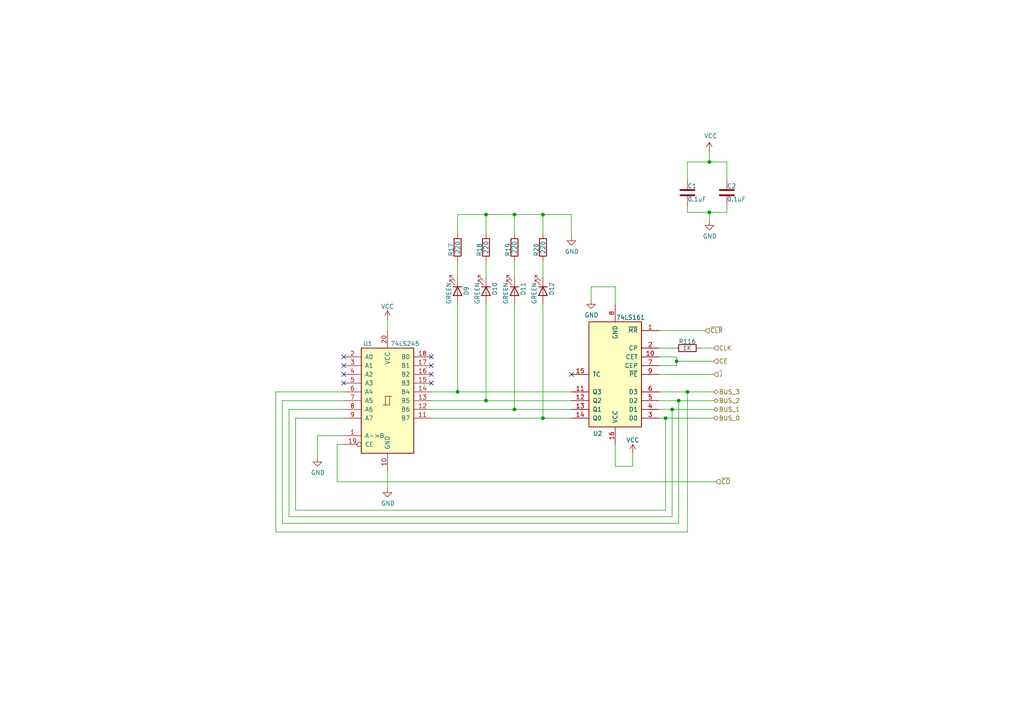
<source format=kicad_sch>
(kicad_sch (version 20230121) (generator eeschema)

  (uuid a8a42207-7b27-42cd-8c75-d98c6ba04960)

  (paper "A4")

  (lib_symbols
    (symbol "74xx:74LS161" (pin_names (offset 1.016)) (in_bom yes) (on_board yes)
      (property "Reference" "U" (at -7.62 16.51 0)
        (effects (font (size 1.27 1.27)))
      )
      (property "Value" "74LS161" (at -7.62 -16.51 0)
        (effects (font (size 1.27 1.27)))
      )
      (property "Footprint" "" (at 0 0 0)
        (effects (font (size 1.27 1.27)) hide)
      )
      (property "Datasheet" "http://www.ti.com/lit/gpn/sn74LS161" (at 0 0 0)
        (effects (font (size 1.27 1.27)) hide)
      )
      (property "ki_locked" "" (at 0 0 0)
        (effects (font (size 1.27 1.27)))
      )
      (property "ki_keywords" "TTL CNT CNT4" (at 0 0 0)
        (effects (font (size 1.27 1.27)) hide)
      )
      (property "ki_description" "Synchronous 4-bit programmable binary Counter" (at 0 0 0)
        (effects (font (size 1.27 1.27)) hide)
      )
      (property "ki_fp_filters" "DIP?16*" (at 0 0 0)
        (effects (font (size 1.27 1.27)) hide)
      )
      (symbol "74LS161_1_0"
        (pin input line (at -12.7 -12.7 0) (length 5.08)
          (name "~{MR}" (effects (font (size 1.27 1.27))))
          (number "1" (effects (font (size 1.27 1.27))))
        )
        (pin input line (at -12.7 -5.08 0) (length 5.08)
          (name "CET" (effects (font (size 1.27 1.27))))
          (number "10" (effects (font (size 1.27 1.27))))
        )
        (pin output line (at 12.7 5.08 180) (length 5.08)
          (name "Q3" (effects (font (size 1.27 1.27))))
          (number "11" (effects (font (size 1.27 1.27))))
        )
        (pin output line (at 12.7 7.62 180) (length 5.08)
          (name "Q2" (effects (font (size 1.27 1.27))))
          (number "12" (effects (font (size 1.27 1.27))))
        )
        (pin output line (at 12.7 10.16 180) (length 5.08)
          (name "Q1" (effects (font (size 1.27 1.27))))
          (number "13" (effects (font (size 1.27 1.27))))
        )
        (pin output line (at 12.7 12.7 180) (length 5.08)
          (name "Q0" (effects (font (size 1.27 1.27))))
          (number "14" (effects (font (size 1.27 1.27))))
        )
        (pin output line (at 12.7 0 180) (length 5.08)
          (name "TC" (effects (font (size 1.27 1.27))))
          (number "15" (effects (font (size 1.27 1.27))))
        )
        (pin power_in line (at 0 20.32 270) (length 5.08)
          (name "VCC" (effects (font (size 1.27 1.27))))
          (number "16" (effects (font (size 1.27 1.27))))
        )
        (pin input line (at -12.7 -7.62 0) (length 5.08)
          (name "CP" (effects (font (size 1.27 1.27))))
          (number "2" (effects (font (size 1.27 1.27))))
        )
        (pin input line (at -12.7 12.7 0) (length 5.08)
          (name "D0" (effects (font (size 1.27 1.27))))
          (number "3" (effects (font (size 1.27 1.27))))
        )
        (pin input line (at -12.7 10.16 0) (length 5.08)
          (name "D1" (effects (font (size 1.27 1.27))))
          (number "4" (effects (font (size 1.27 1.27))))
        )
        (pin input line (at -12.7 7.62 0) (length 5.08)
          (name "D2" (effects (font (size 1.27 1.27))))
          (number "5" (effects (font (size 1.27 1.27))))
        )
        (pin input line (at -12.7 5.08 0) (length 5.08)
          (name "D3" (effects (font (size 1.27 1.27))))
          (number "6" (effects (font (size 1.27 1.27))))
        )
        (pin input line (at -12.7 -2.54 0) (length 5.08)
          (name "CEP" (effects (font (size 1.27 1.27))))
          (number "7" (effects (font (size 1.27 1.27))))
        )
        (pin power_in line (at 0 -20.32 90) (length 5.08)
          (name "GND" (effects (font (size 1.27 1.27))))
          (number "8" (effects (font (size 1.27 1.27))))
        )
        (pin input line (at -12.7 0 0) (length 5.08)
          (name "~{PE}" (effects (font (size 1.27 1.27))))
          (number "9" (effects (font (size 1.27 1.27))))
        )
      )
      (symbol "74LS161_1_1"
        (rectangle (start -7.62 15.24) (end 7.62 -15.24)
          (stroke (width 0.254) (type default))
          (fill (type background))
        )
      )
    )
    (symbol "74xx:74LS245" (pin_names (offset 1.016)) (in_bom yes) (on_board yes)
      (property "Reference" "U" (at -7.62 16.51 0)
        (effects (font (size 1.27 1.27)))
      )
      (property "Value" "74LS245" (at -7.62 -16.51 0)
        (effects (font (size 1.27 1.27)))
      )
      (property "Footprint" "" (at 0 0 0)
        (effects (font (size 1.27 1.27)) hide)
      )
      (property "Datasheet" "http://www.ti.com/lit/gpn/sn74LS245" (at 0 0 0)
        (effects (font (size 1.27 1.27)) hide)
      )
      (property "ki_locked" "" (at 0 0 0)
        (effects (font (size 1.27 1.27)))
      )
      (property "ki_keywords" "TTL BUS 3State" (at 0 0 0)
        (effects (font (size 1.27 1.27)) hide)
      )
      (property "ki_description" "Octal BUS Transceivers, 3-State outputs" (at 0 0 0)
        (effects (font (size 1.27 1.27)) hide)
      )
      (property "ki_fp_filters" "DIP?20*" (at 0 0 0)
        (effects (font (size 1.27 1.27)) hide)
      )
      (symbol "74LS245_1_0"
        (polyline
          (pts
            (xy -0.635 -1.27)
            (xy -0.635 1.27)
            (xy 0.635 1.27)
          )
          (stroke (width 0) (type default))
          (fill (type none))
        )
        (polyline
          (pts
            (xy -1.27 -1.27)
            (xy 0.635 -1.27)
            (xy 0.635 1.27)
            (xy 1.27 1.27)
          )
          (stroke (width 0) (type default))
          (fill (type none))
        )
        (pin input line (at -12.7 -10.16 0) (length 5.08)
          (name "A->B" (effects (font (size 1.27 1.27))))
          (number "1" (effects (font (size 1.27 1.27))))
        )
        (pin power_in line (at 0 -20.32 90) (length 5.08)
          (name "GND" (effects (font (size 1.27 1.27))))
          (number "10" (effects (font (size 1.27 1.27))))
        )
        (pin tri_state line (at 12.7 -5.08 180) (length 5.08)
          (name "B7" (effects (font (size 1.27 1.27))))
          (number "11" (effects (font (size 1.27 1.27))))
        )
        (pin tri_state line (at 12.7 -2.54 180) (length 5.08)
          (name "B6" (effects (font (size 1.27 1.27))))
          (number "12" (effects (font (size 1.27 1.27))))
        )
        (pin tri_state line (at 12.7 0 180) (length 5.08)
          (name "B5" (effects (font (size 1.27 1.27))))
          (number "13" (effects (font (size 1.27 1.27))))
        )
        (pin tri_state line (at 12.7 2.54 180) (length 5.08)
          (name "B4" (effects (font (size 1.27 1.27))))
          (number "14" (effects (font (size 1.27 1.27))))
        )
        (pin tri_state line (at 12.7 5.08 180) (length 5.08)
          (name "B3" (effects (font (size 1.27 1.27))))
          (number "15" (effects (font (size 1.27 1.27))))
        )
        (pin tri_state line (at 12.7 7.62 180) (length 5.08)
          (name "B2" (effects (font (size 1.27 1.27))))
          (number "16" (effects (font (size 1.27 1.27))))
        )
        (pin tri_state line (at 12.7 10.16 180) (length 5.08)
          (name "B1" (effects (font (size 1.27 1.27))))
          (number "17" (effects (font (size 1.27 1.27))))
        )
        (pin tri_state line (at 12.7 12.7 180) (length 5.08)
          (name "B0" (effects (font (size 1.27 1.27))))
          (number "18" (effects (font (size 1.27 1.27))))
        )
        (pin input inverted (at -12.7 -12.7 0) (length 5.08)
          (name "CE" (effects (font (size 1.27 1.27))))
          (number "19" (effects (font (size 1.27 1.27))))
        )
        (pin tri_state line (at -12.7 12.7 0) (length 5.08)
          (name "A0" (effects (font (size 1.27 1.27))))
          (number "2" (effects (font (size 1.27 1.27))))
        )
        (pin power_in line (at 0 20.32 270) (length 5.08)
          (name "VCC" (effects (font (size 1.27 1.27))))
          (number "20" (effects (font (size 1.27 1.27))))
        )
        (pin tri_state line (at -12.7 10.16 0) (length 5.08)
          (name "A1" (effects (font (size 1.27 1.27))))
          (number "3" (effects (font (size 1.27 1.27))))
        )
        (pin tri_state line (at -12.7 7.62 0) (length 5.08)
          (name "A2" (effects (font (size 1.27 1.27))))
          (number "4" (effects (font (size 1.27 1.27))))
        )
        (pin tri_state line (at -12.7 5.08 0) (length 5.08)
          (name "A3" (effects (font (size 1.27 1.27))))
          (number "5" (effects (font (size 1.27 1.27))))
        )
        (pin tri_state line (at -12.7 2.54 0) (length 5.08)
          (name "A4" (effects (font (size 1.27 1.27))))
          (number "6" (effects (font (size 1.27 1.27))))
        )
        (pin tri_state line (at -12.7 0 0) (length 5.08)
          (name "A5" (effects (font (size 1.27 1.27))))
          (number "7" (effects (font (size 1.27 1.27))))
        )
        (pin tri_state line (at -12.7 -2.54 0) (length 5.08)
          (name "A6" (effects (font (size 1.27 1.27))))
          (number "8" (effects (font (size 1.27 1.27))))
        )
        (pin tri_state line (at -12.7 -5.08 0) (length 5.08)
          (name "A7" (effects (font (size 1.27 1.27))))
          (number "9" (effects (font (size 1.27 1.27))))
        )
      )
      (symbol "74LS245_1_1"
        (rectangle (start -7.62 15.24) (end 7.62 -15.24)
          (stroke (width 0.254) (type default))
          (fill (type background))
        )
      )
    )
    (symbol "Device:C" (pin_numbers hide) (pin_names (offset 0.254)) (in_bom yes) (on_board yes)
      (property "Reference" "C" (at 0.635 2.54 0)
        (effects (font (size 1.27 1.27)) (justify left))
      )
      (property "Value" "C" (at 0.635 -2.54 0)
        (effects (font (size 1.27 1.27)) (justify left))
      )
      (property "Footprint" "" (at 0.9652 -3.81 0)
        (effects (font (size 1.27 1.27)) hide)
      )
      (property "Datasheet" "~" (at 0 0 0)
        (effects (font (size 1.27 1.27)) hide)
      )
      (property "ki_keywords" "cap capacitor" (at 0 0 0)
        (effects (font (size 1.27 1.27)) hide)
      )
      (property "ki_description" "Unpolarized capacitor" (at 0 0 0)
        (effects (font (size 1.27 1.27)) hide)
      )
      (property "ki_fp_filters" "C_*" (at 0 0 0)
        (effects (font (size 1.27 1.27)) hide)
      )
      (symbol "C_0_1"
        (polyline
          (pts
            (xy -2.032 -0.762)
            (xy 2.032 -0.762)
          )
          (stroke (width 0.508) (type default))
          (fill (type none))
        )
        (polyline
          (pts
            (xy -2.032 0.762)
            (xy 2.032 0.762)
          )
          (stroke (width 0.508) (type default))
          (fill (type none))
        )
      )
      (symbol "C_1_1"
        (pin passive line (at 0 3.81 270) (length 2.794)
          (name "~" (effects (font (size 1.27 1.27))))
          (number "1" (effects (font (size 1.27 1.27))))
        )
        (pin passive line (at 0 -3.81 90) (length 2.794)
          (name "~" (effects (font (size 1.27 1.27))))
          (number "2" (effects (font (size 1.27 1.27))))
        )
      )
    )
    (symbol "Device:LED" (pin_numbers hide) (pin_names (offset 1.016) hide) (in_bom yes) (on_board yes)
      (property "Reference" "D" (at 0 2.54 0)
        (effects (font (size 1.27 1.27)))
      )
      (property "Value" "LED" (at 0 -2.54 0)
        (effects (font (size 1.27 1.27)))
      )
      (property "Footprint" "" (at 0 0 0)
        (effects (font (size 1.27 1.27)) hide)
      )
      (property "Datasheet" "~" (at 0 0 0)
        (effects (font (size 1.27 1.27)) hide)
      )
      (property "ki_keywords" "LED diode" (at 0 0 0)
        (effects (font (size 1.27 1.27)) hide)
      )
      (property "ki_description" "Light emitting diode" (at 0 0 0)
        (effects (font (size 1.27 1.27)) hide)
      )
      (property "ki_fp_filters" "LED* LED_SMD:* LED_THT:*" (at 0 0 0)
        (effects (font (size 1.27 1.27)) hide)
      )
      (symbol "LED_0_1"
        (polyline
          (pts
            (xy -1.27 -1.27)
            (xy -1.27 1.27)
          )
          (stroke (width 0.254) (type default))
          (fill (type none))
        )
        (polyline
          (pts
            (xy -1.27 0)
            (xy 1.27 0)
          )
          (stroke (width 0) (type default))
          (fill (type none))
        )
        (polyline
          (pts
            (xy 1.27 -1.27)
            (xy 1.27 1.27)
            (xy -1.27 0)
            (xy 1.27 -1.27)
          )
          (stroke (width 0.254) (type default))
          (fill (type none))
        )
        (polyline
          (pts
            (xy -3.048 -0.762)
            (xy -4.572 -2.286)
            (xy -3.81 -2.286)
            (xy -4.572 -2.286)
            (xy -4.572 -1.524)
          )
          (stroke (width 0) (type default))
          (fill (type none))
        )
        (polyline
          (pts
            (xy -1.778 -0.762)
            (xy -3.302 -2.286)
            (xy -2.54 -2.286)
            (xy -3.302 -2.286)
            (xy -3.302 -1.524)
          )
          (stroke (width 0) (type default))
          (fill (type none))
        )
      )
      (symbol "LED_1_1"
        (pin passive line (at -3.81 0 0) (length 2.54)
          (name "K" (effects (font (size 1.27 1.27))))
          (number "1" (effects (font (size 1.27 1.27))))
        )
        (pin passive line (at 3.81 0 180) (length 2.54)
          (name "A" (effects (font (size 1.27 1.27))))
          (number "2" (effects (font (size 1.27 1.27))))
        )
      )
    )
    (symbol "Device:R" (pin_numbers hide) (pin_names (offset 0)) (in_bom yes) (on_board yes)
      (property "Reference" "R" (at 2.032 0 90)
        (effects (font (size 1.27 1.27)))
      )
      (property "Value" "R" (at 0 0 90)
        (effects (font (size 1.27 1.27)))
      )
      (property "Footprint" "" (at -1.778 0 90)
        (effects (font (size 1.27 1.27)) hide)
      )
      (property "Datasheet" "~" (at 0 0 0)
        (effects (font (size 1.27 1.27)) hide)
      )
      (property "ki_keywords" "R res resistor" (at 0 0 0)
        (effects (font (size 1.27 1.27)) hide)
      )
      (property "ki_description" "Resistor" (at 0 0 0)
        (effects (font (size 1.27 1.27)) hide)
      )
      (property "ki_fp_filters" "R_*" (at 0 0 0)
        (effects (font (size 1.27 1.27)) hide)
      )
      (symbol "R_0_1"
        (rectangle (start -1.016 -2.54) (end 1.016 2.54)
          (stroke (width 0.254) (type default))
          (fill (type none))
        )
      )
      (symbol "R_1_1"
        (pin passive line (at 0 3.81 270) (length 1.27)
          (name "~" (effects (font (size 1.27 1.27))))
          (number "1" (effects (font (size 1.27 1.27))))
        )
        (pin passive line (at 0 -3.81 90) (length 1.27)
          (name "~" (effects (font (size 1.27 1.27))))
          (number "2" (effects (font (size 1.27 1.27))))
        )
      )
    )
    (symbol "power:GND" (power) (pin_names (offset 0)) (in_bom yes) (on_board yes)
      (property "Reference" "#PWR" (at 0 -6.35 0)
        (effects (font (size 1.27 1.27)) hide)
      )
      (property "Value" "GND" (at 0 -3.81 0)
        (effects (font (size 1.27 1.27)))
      )
      (property "Footprint" "" (at 0 0 0)
        (effects (font (size 1.27 1.27)) hide)
      )
      (property "Datasheet" "" (at 0 0 0)
        (effects (font (size 1.27 1.27)) hide)
      )
      (property "ki_keywords" "global power" (at 0 0 0)
        (effects (font (size 1.27 1.27)) hide)
      )
      (property "ki_description" "Power symbol creates a global label with name \"GND\" , ground" (at 0 0 0)
        (effects (font (size 1.27 1.27)) hide)
      )
      (symbol "GND_0_1"
        (polyline
          (pts
            (xy 0 0)
            (xy 0 -1.27)
            (xy 1.27 -1.27)
            (xy 0 -2.54)
            (xy -1.27 -1.27)
            (xy 0 -1.27)
          )
          (stroke (width 0) (type default))
          (fill (type none))
        )
      )
      (symbol "GND_1_1"
        (pin power_in line (at 0 0 270) (length 0) hide
          (name "GND" (effects (font (size 1.27 1.27))))
          (number "1" (effects (font (size 1.27 1.27))))
        )
      )
    )
    (symbol "power:VCC" (power) (pin_names (offset 0)) (in_bom yes) (on_board yes)
      (property "Reference" "#PWR" (at 0 -3.81 0)
        (effects (font (size 1.27 1.27)) hide)
      )
      (property "Value" "VCC" (at 0 3.81 0)
        (effects (font (size 1.27 1.27)))
      )
      (property "Footprint" "" (at 0 0 0)
        (effects (font (size 1.27 1.27)) hide)
      )
      (property "Datasheet" "" (at 0 0 0)
        (effects (font (size 1.27 1.27)) hide)
      )
      (property "ki_keywords" "global power" (at 0 0 0)
        (effects (font (size 1.27 1.27)) hide)
      )
      (property "ki_description" "Power symbol creates a global label with name \"VCC\"" (at 0 0 0)
        (effects (font (size 1.27 1.27)) hide)
      )
      (symbol "VCC_0_1"
        (polyline
          (pts
            (xy -0.762 1.27)
            (xy 0 2.54)
          )
          (stroke (width 0) (type default))
          (fill (type none))
        )
        (polyline
          (pts
            (xy 0 0)
            (xy 0 2.54)
          )
          (stroke (width 0) (type default))
          (fill (type none))
        )
        (polyline
          (pts
            (xy 0 2.54)
            (xy 0.762 1.27)
          )
          (stroke (width 0) (type default))
          (fill (type none))
        )
      )
      (symbol "VCC_1_1"
        (pin power_in line (at 0 0 90) (length 0) hide
          (name "VCC" (effects (font (size 1.27 1.27))))
          (number "1" (effects (font (size 1.27 1.27))))
        )
      )
    )
  )

  (junction (at 199.39 113.665) (diameter 0) (color 0 0 0 0)
    (uuid 266a6ad4-90f9-45c4-a24e-32b76f84ec42)
  )
  (junction (at 194.945 118.745) (diameter 0) (color 0 0 0 0)
    (uuid 2c8a3446-3f78-4660-b49f-7f5e61bea7a5)
  )
  (junction (at 196.85 116.205) (diameter 0) (color 0 0 0 0)
    (uuid 381090b4-266a-4f1d-88ca-1b190794717b)
  )
  (junction (at 157.48 62.23) (diameter 0) (color 0 0 0 0)
    (uuid 45323bc8-f751-477e-aae4-b00ff7d22938)
  )
  (junction (at 149.225 118.745) (diameter 0) (color 0 0 0 0)
    (uuid 5c289abf-e3b9-4704-9b23-40ed8ce2ded0)
  )
  (junction (at 205.74 61.595) (diameter 0) (color 0 0 0 0)
    (uuid 5f64b15d-8137-419c-abfb-4a08b9ab8740)
  )
  (junction (at 132.715 113.665) (diameter 0) (color 0 0 0 0)
    (uuid 69d67048-b097-4d02-9ab2-bc68fcfb29ca)
  )
  (junction (at 196.215 104.775) (diameter 0) (color 0 0 0 0)
    (uuid 6a4a5ebf-37b8-4b6c-bd0b-21b5ce63359a)
  )
  (junction (at 205.74 46.99) (diameter 0) (color 0 0 0 0)
    (uuid 71484e41-11dd-42cf-8afe-afc3951b710f)
  )
  (junction (at 140.97 116.205) (diameter 0) (color 0 0 0 0)
    (uuid a14af4bb-1921-411b-8896-75d6efdf5415)
  )
  (junction (at 149.225 62.23) (diameter 0) (color 0 0 0 0)
    (uuid a4bd3dc4-d2e0-414d-92a5-5e87a1a0d9b7)
  )
  (junction (at 193.04 121.285) (diameter 0) (color 0 0 0 0)
    (uuid e75888fe-0d4c-44d2-9ae1-522e8d7325f1)
  )
  (junction (at 140.97 62.23) (diameter 0) (color 0 0 0 0)
    (uuid ebfd75ca-571d-4897-97ad-e3d14db532f1)
  )
  (junction (at 157.48 121.285) (diameter 0) (color 0 0 0 0)
    (uuid fffdb978-3e3d-4ddf-bed9-70bb3675c3f7)
  )

  (no_connect (at 125.095 108.585) (uuid 2f5f9d55-2342-46c8-963c-24b4f49106f8))
  (no_connect (at 99.695 108.585) (uuid 3eaeb729-24a2-482a-89b4-459fb810ad86))
  (no_connect (at 99.695 103.505) (uuid 5abcd94c-a1d0-454d-a686-29aed615f450))
  (no_connect (at 125.095 103.505) (uuid 89b0cbf9-605a-4e9d-a3b0-6f5c18766786))
  (no_connect (at 99.695 106.045) (uuid 8df4939b-9d70-45b1-b578-329274e530dc))
  (no_connect (at 125.095 106.045) (uuid 9e1d29e8-bae2-4dc9-9a0b-5718b398626a))
  (no_connect (at 165.735 108.585) (uuid a52e9b16-9556-445c-bf20-fb44aa673948))
  (no_connect (at 125.095 111.125) (uuid c87ea09c-c085-4df8-9285-64ad031408a8))
  (no_connect (at 99.695 111.125) (uuid e30f5b96-9f70-49e8-8967-82edeb2aef26))

  (wire (pts (xy 81.915 116.205) (xy 81.915 151.765))
    (stroke (width 0) (type default))
    (uuid 00227aa4-cd3a-48d6-916f-9a258fa62807)
  )
  (wire (pts (xy 178.435 128.905) (xy 178.435 135.255))
    (stroke (width 0) (type default))
    (uuid 03d80888-2c52-4bef-8309-59c7813e4ca4)
  )
  (wire (pts (xy 191.135 113.665) (xy 199.39 113.665))
    (stroke (width 0) (type default))
    (uuid 06cc3018-4cff-4afd-b32c-807bcfd46ca1)
  )
  (wire (pts (xy 210.82 61.595) (xy 210.82 59.69))
    (stroke (width 0) (type default))
    (uuid 0ac7464f-3269-410b-9542-fa63b2f0449d)
  )
  (wire (pts (xy 140.97 80.645) (xy 140.97 75.565))
    (stroke (width 0) (type default))
    (uuid 0fd25d84-4d6d-493c-bc73-f52dd5dee57f)
  )
  (wire (pts (xy 191.135 95.885) (xy 204.47 95.885))
    (stroke (width 0) (type default))
    (uuid 11958d31-cdef-4d8c-9b73-b2d65b160f13)
  )
  (wire (pts (xy 205.74 64.135) (xy 205.74 61.595))
    (stroke (width 0) (type default))
    (uuid 11d11a82-3d9f-48a5-b0dd-c9c6efe61e7e)
  )
  (wire (pts (xy 99.695 121.285) (xy 85.725 121.285))
    (stroke (width 0) (type default))
    (uuid 14837e9d-75be-4acf-95d1-23b71448b577)
  )
  (wire (pts (xy 196.85 151.765) (xy 196.85 116.205))
    (stroke (width 0) (type default))
    (uuid 15a5f7eb-e5ac-49ea-ab67-ae1b29889b53)
  )
  (wire (pts (xy 199.39 59.69) (xy 199.39 61.595))
    (stroke (width 0) (type default))
    (uuid 1cba23fe-f0e7-42ad-97ae-98c7ef2f8497)
  )
  (wire (pts (xy 125.095 121.285) (xy 157.48 121.285))
    (stroke (width 0) (type default))
    (uuid 2242a80b-801c-4428-b1f6-0ea7cc6e4bbf)
  )
  (wire (pts (xy 193.04 121.285) (xy 207.01 121.285))
    (stroke (width 0) (type default))
    (uuid 2446e834-d532-43ea-b7ef-e4e539a4bf73)
  )
  (wire (pts (xy 140.97 88.265) (xy 140.97 116.205))
    (stroke (width 0) (type default))
    (uuid 252076c5-44ac-40bf-a9bc-d2249db53e32)
  )
  (wire (pts (xy 140.97 67.945) (xy 140.97 62.23))
    (stroke (width 0) (type default))
    (uuid 269fea93-cef5-4809-90e4-90befba0bbea)
  )
  (wire (pts (xy 196.215 106.045) (xy 191.135 106.045))
    (stroke (width 0) (type default))
    (uuid 29accaa7-8600-493f-b90f-9b5cb9a513f5)
  )
  (wire (pts (xy 191.135 116.205) (xy 196.85 116.205))
    (stroke (width 0) (type default))
    (uuid 2b2e7ab9-53df-484a-b766-6680895167c6)
  )
  (wire (pts (xy 196.215 104.775) (xy 207.01 104.775))
    (stroke (width 0) (type default))
    (uuid 2e910fe9-a793-4831-a919-a801a916ac2a)
  )
  (wire (pts (xy 149.225 67.945) (xy 149.225 62.23))
    (stroke (width 0) (type default))
    (uuid 2ea03370-00b8-4461-8d20-3a7f4cbe78bc)
  )
  (wire (pts (xy 178.435 135.255) (xy 183.515 135.255))
    (stroke (width 0) (type default))
    (uuid 348e0783-9627-469f-97fe-fa919244ec32)
  )
  (wire (pts (xy 132.715 80.645) (xy 132.715 75.565))
    (stroke (width 0) (type default))
    (uuid 35c076b5-b849-43ac-b042-e6e962da45bb)
  )
  (wire (pts (xy 99.695 113.665) (xy 80.01 113.665))
    (stroke (width 0) (type default))
    (uuid 3e0de28f-f5cd-4026-b283-a1a25da6665d)
  )
  (wire (pts (xy 193.04 147.955) (xy 193.04 121.285))
    (stroke (width 0) (type default))
    (uuid 3f8f08a1-4261-4b46-9133-7a4aa2035b85)
  )
  (wire (pts (xy 165.735 62.23) (xy 165.735 68.58))
    (stroke (width 0) (type default))
    (uuid 43a883ca-60a0-48ca-bb09-80ab0ca1ebe5)
  )
  (wire (pts (xy 112.395 95.885) (xy 112.395 92.71))
    (stroke (width 0) (type default))
    (uuid 4418ec9a-ec78-4ad1-ac0c-2e97c1adbc4c)
  )
  (wire (pts (xy 99.695 116.205) (xy 81.915 116.205))
    (stroke (width 0) (type default))
    (uuid 4d3a05cd-6b73-4412-b7ba-1424a3e6568f)
  )
  (wire (pts (xy 203.2 100.965) (xy 207.01 100.965))
    (stroke (width 0) (type default))
    (uuid 4f41d832-bc0d-4f10-a13d-aac054320a65)
  )
  (wire (pts (xy 140.97 62.23) (xy 149.225 62.23))
    (stroke (width 0) (type default))
    (uuid 519509e0-df3a-4e70-97b3-7860c1d21283)
  )
  (wire (pts (xy 149.225 118.745) (xy 125.095 118.745))
    (stroke (width 0) (type default))
    (uuid 52bd1d80-ad0a-4227-96c5-8adbc4ff75f5)
  )
  (wire (pts (xy 80.01 113.665) (xy 80.01 154.305))
    (stroke (width 0) (type default))
    (uuid 5998bd5d-16dd-41a5-a69f-26caf94eb43d)
  )
  (wire (pts (xy 196.215 104.775) (xy 196.215 106.045))
    (stroke (width 0) (type default))
    (uuid 5c805ba8-1854-4049-9fde-9bc5fe8c150c)
  )
  (wire (pts (xy 191.135 118.745) (xy 194.945 118.745))
    (stroke (width 0) (type default))
    (uuid 5fef1913-c254-472b-aa5d-00c9792e351b)
  )
  (wire (pts (xy 196.215 103.505) (xy 196.215 104.775))
    (stroke (width 0) (type default))
    (uuid 64104bd5-c723-4ec9-a0d0-d8de8a656c49)
  )
  (wire (pts (xy 194.945 118.745) (xy 207.01 118.745))
    (stroke (width 0) (type default))
    (uuid 6a6ed13e-cae4-41fc-bbbe-13fd1d3e53e2)
  )
  (wire (pts (xy 149.225 88.265) (xy 149.225 118.745))
    (stroke (width 0) (type default))
    (uuid 6ee04c26-6faf-4c6d-b863-fd3230d804d2)
  )
  (wire (pts (xy 171.45 83.185) (xy 171.45 86.995))
    (stroke (width 0) (type default))
    (uuid 708f8c4f-3252-4964-8917-7664c31dd54c)
  )
  (wire (pts (xy 149.225 62.23) (xy 157.48 62.23))
    (stroke (width 0) (type default))
    (uuid 72972f20-805f-4ca8-b1bb-6d70876d8587)
  )
  (wire (pts (xy 99.695 118.745) (xy 83.82 118.745))
    (stroke (width 0) (type default))
    (uuid 75b5a080-350e-4df8-be99-23106b3274c1)
  )
  (wire (pts (xy 196.85 116.205) (xy 207.01 116.205))
    (stroke (width 0) (type default))
    (uuid 76c7d46e-73bc-40c2-a3b2-4187b687df03)
  )
  (wire (pts (xy 191.135 103.505) (xy 196.215 103.505))
    (stroke (width 0) (type default))
    (uuid 78b0a4f3-6feb-4702-ad3b-3c48bdd0ac1b)
  )
  (wire (pts (xy 157.48 121.285) (xy 165.735 121.285))
    (stroke (width 0) (type default))
    (uuid 7916b100-092c-442c-9560-6cf9258f30ab)
  )
  (wire (pts (xy 191.135 100.965) (xy 195.58 100.965))
    (stroke (width 0) (type default))
    (uuid 834c8952-3b8d-4751-b48f-977acca2136f)
  )
  (wire (pts (xy 157.48 62.23) (xy 157.48 67.945))
    (stroke (width 0) (type default))
    (uuid 8904d76c-4955-4210-bf92-c77a7fe567cf)
  )
  (wire (pts (xy 199.39 52.07) (xy 199.39 46.99))
    (stroke (width 0) (type default))
    (uuid 8f1993e6-70ad-437a-8cf3-7bd8572b2e5f)
  )
  (wire (pts (xy 210.82 52.07) (xy 210.82 46.99))
    (stroke (width 0) (type default))
    (uuid 954f9f7d-680a-4ef4-aa59-839376deff34)
  )
  (wire (pts (xy 132.715 113.665) (xy 165.735 113.665))
    (stroke (width 0) (type default))
    (uuid 9761f6fc-1ce5-4642-bca8-c1bcfc058887)
  )
  (wire (pts (xy 191.135 108.585) (xy 207.01 108.585))
    (stroke (width 0) (type default))
    (uuid 9867804a-3041-4e33-b042-9fa33fea9c5a)
  )
  (wire (pts (xy 157.48 80.645) (xy 157.48 75.565))
    (stroke (width 0) (type default))
    (uuid 99090d05-d04d-4196-afaa-60d980c1a938)
  )
  (wire (pts (xy 199.39 113.665) (xy 207.01 113.665))
    (stroke (width 0) (type default))
    (uuid 9d85121d-d522-4b01-9fd4-4470dfab6184)
  )
  (wire (pts (xy 205.74 43.815) (xy 205.74 46.99))
    (stroke (width 0) (type default))
    (uuid 9dabf041-8085-4757-a1cb-c01d6a78a662)
  )
  (wire (pts (xy 165.735 118.745) (xy 149.225 118.745))
    (stroke (width 0) (type default))
    (uuid 9ffd35f8-3768-49fc-9ff1-a37cb72c3453)
  )
  (wire (pts (xy 178.435 88.265) (xy 178.435 83.185))
    (stroke (width 0) (type default))
    (uuid a0030b18-548a-40c8-9c3f-cb9414ba3d7c)
  )
  (wire (pts (xy 199.39 46.99) (xy 205.74 46.99))
    (stroke (width 0) (type default))
    (uuid a1c64a15-40f3-4a38-89ea-78160c3eb3f9)
  )
  (wire (pts (xy 112.395 136.525) (xy 112.395 141.605))
    (stroke (width 0) (type default))
    (uuid a8ff96b9-5708-4240-8e6f-b0fee969f663)
  )
  (wire (pts (xy 83.82 118.745) (xy 83.82 149.86))
    (stroke (width 0) (type default))
    (uuid aa77ecd2-58e9-4eb0-8f39-72c67fd2fad8)
  )
  (wire (pts (xy 92.075 126.365) (xy 92.075 132.715))
    (stroke (width 0) (type default))
    (uuid ad4287d7-f921-45f1-a9cc-415931d5aa29)
  )
  (wire (pts (xy 99.695 128.905) (xy 97.79 128.905))
    (stroke (width 0) (type default))
    (uuid b0503fd9-7ba5-4289-aeb8-9468753152ea)
  )
  (wire (pts (xy 157.48 62.23) (xy 165.735 62.23))
    (stroke (width 0) (type default))
    (uuid b1a66bb4-3091-419f-8db7-2e32b8810064)
  )
  (wire (pts (xy 132.715 62.23) (xy 140.97 62.23))
    (stroke (width 0) (type default))
    (uuid b2107e80-6639-47b7-bb84-c06a486465a6)
  )
  (wire (pts (xy 210.82 46.99) (xy 205.74 46.99))
    (stroke (width 0) (type default))
    (uuid b6e57f5c-71fb-4927-8db2-afa894c0a981)
  )
  (wire (pts (xy 191.135 121.285) (xy 193.04 121.285))
    (stroke (width 0) (type default))
    (uuid bc0f1cf0-ab0d-4646-b1c1-d4496ee15da3)
  )
  (wire (pts (xy 178.435 83.185) (xy 171.45 83.185))
    (stroke (width 0) (type default))
    (uuid c11303e8-3ad5-4308-bdc1-cb1a93afab20)
  )
  (wire (pts (xy 125.095 116.205) (xy 140.97 116.205))
    (stroke (width 0) (type default))
    (uuid c299a181-4474-43e2-8164-0daae199771d)
  )
  (wire (pts (xy 194.945 149.86) (xy 194.945 118.745))
    (stroke (width 0) (type default))
    (uuid c3f29944-a8f7-43dc-8780-c97f9ae18f19)
  )
  (wire (pts (xy 183.515 135.255) (xy 183.515 131.445))
    (stroke (width 0) (type default))
    (uuid c70d14df-777d-473b-a46d-ae918eb596e3)
  )
  (wire (pts (xy 157.48 88.265) (xy 157.48 121.285))
    (stroke (width 0) (type default))
    (uuid c796cd7f-8d9e-4827-a8be-dd9f03c517f9)
  )
  (wire (pts (xy 85.725 121.285) (xy 85.725 147.955))
    (stroke (width 0) (type default))
    (uuid c7e61a83-d3f4-422c-bd7e-9edd0f7d42ef)
  )
  (wire (pts (xy 97.79 128.905) (xy 97.79 139.7))
    (stroke (width 0) (type default))
    (uuid c82d0787-004e-4a48-86f4-3d0568d316ef)
  )
  (wire (pts (xy 125.095 113.665) (xy 132.715 113.665))
    (stroke (width 0) (type default))
    (uuid cd53d2a2-4dd2-4826-86b2-875bc454564c)
  )
  (wire (pts (xy 132.715 88.265) (xy 132.715 113.665))
    (stroke (width 0) (type default))
    (uuid cd54deb7-fcf4-4a0e-9694-fe6f7d3b2fd3)
  )
  (wire (pts (xy 80.01 154.305) (xy 199.39 154.305))
    (stroke (width 0) (type default))
    (uuid d3a67e47-338b-4bb9-9a0f-17855e6f372e)
  )
  (wire (pts (xy 99.695 126.365) (xy 92.075 126.365))
    (stroke (width 0) (type default))
    (uuid daf94bfb-9867-4227-b21e-46d94b3b0a58)
  )
  (wire (pts (xy 149.225 80.645) (xy 149.225 75.565))
    (stroke (width 0) (type default))
    (uuid e2d7d447-3e0d-40e0-b126-e1bef582e723)
  )
  (wire (pts (xy 199.39 154.305) (xy 199.39 113.665))
    (stroke (width 0) (type default))
    (uuid e366843a-d1e0-4dfa-9cc2-21eb06abe7a4)
  )
  (wire (pts (xy 83.82 149.86) (xy 194.945 149.86))
    (stroke (width 0) (type default))
    (uuid e52635f4-71c8-46d9-bdfe-220179b4dc4a)
  )
  (wire (pts (xy 132.715 67.945) (xy 132.715 62.23))
    (stroke (width 0) (type default))
    (uuid e5ba4454-bfaf-43db-9422-e5b4276df51d)
  )
  (wire (pts (xy 85.725 147.955) (xy 193.04 147.955))
    (stroke (width 0) (type default))
    (uuid e8c36573-a908-414c-a355-231bd6b390c4)
  )
  (wire (pts (xy 140.97 116.205) (xy 165.735 116.205))
    (stroke (width 0) (type default))
    (uuid eb0d5981-4364-44e4-b754-69023e060687)
  )
  (wire (pts (xy 199.39 61.595) (xy 205.74 61.595))
    (stroke (width 0) (type default))
    (uuid f3b80ded-44b3-4251-a006-996d9219324c)
  )
  (wire (pts (xy 97.79 139.7) (xy 207.645 139.7))
    (stroke (width 0) (type default))
    (uuid fbaed952-7ab9-4069-a205-43c1885043e2)
  )
  (wire (pts (xy 81.915 151.765) (xy 196.85 151.765))
    (stroke (width 0) (type default))
    (uuid fe97c7d9-773d-4286-8829-7e813c8d394f)
  )
  (wire (pts (xy 205.74 61.595) (xy 210.82 61.595))
    (stroke (width 0) (type default))
    (uuid ffdb979e-c204-44e9-8527-5e657acfbe7b)
  )

  (hierarchical_label "~{CLR}" (shape input) (at 204.47 95.885 0) (fields_autoplaced)
    (effects (font (size 1.27 1.27)) (justify left))
    (uuid 188ae432-3558-42f3-b6f1-13301b010782)
  )
  (hierarchical_label "BUS_3" (shape bidirectional) (at 207.01 113.665 0) (fields_autoplaced)
    (effects (font (size 1.27 1.27)) (justify left))
    (uuid 1eeb1640-dfa5-41c3-a20a-6f4ca73347bc)
  )
  (hierarchical_label "CLK" (shape input) (at 207.01 100.965 0) (fields_autoplaced)
    (effects (font (size 1.27 1.27)) (justify left))
    (uuid 2a7e9252-7c5e-432b-89be-ac79838aa0a9)
  )
  (hierarchical_label "CE" (shape input) (at 207.01 104.775 0) (fields_autoplaced)
    (effects (font (size 1.27 1.27)) (justify left))
    (uuid 2f732505-6f8b-4b4c-9065-a2ee8d63bfde)
  )
  (hierarchical_label "BUS_2" (shape bidirectional) (at 207.01 116.205 0) (fields_autoplaced)
    (effects (font (size 1.27 1.27)) (justify left))
    (uuid 33f7d568-0980-4ec8-a743-5ef8c986d73d)
  )
  (hierarchical_label "~{J}" (shape input) (at 207.01 108.585 0) (fields_autoplaced)
    (effects (font (size 1.27 1.27)) (justify left))
    (uuid 39066ef5-0be9-44c7-89fc-9ed2ca49192c)
  )
  (hierarchical_label "~{CO}" (shape input) (at 207.645 139.7 0) (fields_autoplaced)
    (effects (font (size 1.27 1.27)) (justify left))
    (uuid 502a2b50-843b-4123-abbe-14a652de20a5)
  )
  (hierarchical_label "BUS_0" (shape bidirectional) (at 207.01 121.285 0) (fields_autoplaced)
    (effects (font (size 1.27 1.27)) (justify left))
    (uuid b4e96f96-f4ed-4b71-a255-123d99d2e6db)
  )
  (hierarchical_label "BUS_1" (shape bidirectional) (at 207.01 118.745 0) (fields_autoplaced)
    (effects (font (size 1.27 1.27)) (justify left))
    (uuid be4b5280-1deb-4eb4-a25f-b878031d67f7)
  )

  (symbol (lib_id "Device:R") (at 199.39 100.965 90) (unit 1)
    (in_bom yes) (on_board yes) (dnp no)
    (uuid 00000000-0000-0000-0000-000060a2821e)
    (property "Reference" "R116" (at 201.93 99.06 90)
      (effects (font (size 1.27 1.27)) (justify left))
    )
    (property "Value" "1K" (at 200.66 100.965 90)
      (effects (font (size 1.27 1.27)) (justify left))
    )
    (property "Footprint" "Resistor_THT:R_Axial_DIN0207_L6.3mm_D2.5mm_P7.62mm_Horizontal" (at 199.39 102.743 90)
      (effects (font (size 1.27 1.27)) hide)
    )
    (property "Datasheet" "~" (at 199.39 100.965 0)
      (effects (font (size 1.27 1.27)) hide)
    )
    (pin "2" (uuid 93d75781-9f8c-4165-beee-95a6931a6b5e))
    (pin "1" (uuid a96b4fe5-b34b-4458-9d12-5aef644a23b4))
    (instances
      (project "8 Bit Computer"
        (path "/9af17764-f28e-4648-999e-0be4c04b4a87/00000000-0000-0000-0000-0000c368db0a"
          (reference "R116") (unit 1)
        )
        (path "/9af17764-f28e-4648-999e-0be4c04b4a87"
          (reference "R?") (unit 1)
        )
      )
    )
  )

  (symbol (lib_id "74xx:74LS245") (at 112.395 116.205 0) (unit 1)
    (in_bom yes) (on_board yes) (dnp no)
    (uuid 00000000-0000-0000-0000-0000d3188feb)
    (property "Reference" "U1" (at 106.68 99.695 0)
      (effects (font (size 1.27 1.27)))
    )
    (property "Value" "74LS245" (at 117.475 99.695 0)
      (effects (font (size 1.27 1.27)))
    )
    (property "Footprint" "Package_DIP:DIP-20_W7.62mm_Socket_LongPads" (at 112.395 116.205 0)
      (effects (font (size 1.27 1.27)) hide)
    )
    (property "Datasheet" "http://www.ti.com/lit/gpn/sn74LS245" (at 112.395 116.205 0)
      (effects (font (size 1.27 1.27)) hide)
    )
    (pin "2" (uuid 5ec14fd9-ad4e-4a9d-ac52-3136e3aae549))
    (pin "4" (uuid 9678b187-2cd8-4229-924e-8bba06ad4216))
    (pin "9" (uuid 287a0271-90e3-43c5-982f-1a922bd81b5e))
    (pin "18" (uuid a10b3db2-3627-4453-a469-a6213f516490))
    (pin "1" (uuid a9528ce5-0043-49bf-9723-c9509350a7f0))
    (pin "12" (uuid 4dadd9cf-d014-41ca-9f43-1f227e710838))
    (pin "14" (uuid 379af778-7a71-4e71-9211-13b7af782841))
    (pin "15" (uuid cbbfe772-3d25-4c9f-b9e7-80b23b7d0727))
    (pin "13" (uuid 917825ae-09c9-4c30-90f3-8e22847ee462))
    (pin "20" (uuid 88dc5a45-5f1d-4a83-b591-fee36976eaa8))
    (pin "5" (uuid 7d72a4a3-3579-418e-aea5-c4dfef308133))
    (pin "6" (uuid b24a4059-fe87-4f94-8229-569300baf1b6))
    (pin "7" (uuid edf0523e-e81d-405d-acdb-ad30fc9d0321))
    (pin "3" (uuid 565e620d-bf9f-4e56-a28c-5c0b19f72951))
    (pin "16" (uuid e62ba558-01af-4c6e-84d0-7551ff0d2ebf))
    (pin "8" (uuid 81cd8081-37bf-4d89-ad0a-159ca5831510))
    (pin "17" (uuid 8c2dd3a8-4c3d-4caa-83ce-6aed30812182))
    (pin "10" (uuid d63c7785-43f7-4cb4-8c38-ef434b632db3))
    (pin "11" (uuid 4ddc6d9d-1557-490f-8754-b69b73990bb9))
    (pin "19" (uuid 55b484b7-8e73-43c6-9f26-09274dbbfdea))
    (instances
      (project "8 Bit Computer"
        (path "/9af17764-f28e-4648-999e-0be4c04b4a87/00000000-0000-0000-0000-0000c368db0a"
          (reference "U1") (unit 1)
        )
        (path "/9af17764-f28e-4648-999e-0be4c04b4a87"
          (reference "U?") (unit 1)
        )
      )
    )
  )

  (symbol (lib_id "74xx:74LS161") (at 178.435 108.585 180) (unit 1)
    (in_bom yes) (on_board yes) (dnp no)
    (uuid 00000000-0000-0000-0000-0000d3188ff1)
    (property "Reference" "U2" (at 173.355 125.73 0)
      (effects (font (size 1.27 1.27)))
    )
    (property "Value" "74LS161" (at 182.88 92.075 0)
      (effects (font (size 1.27 1.27)))
    )
    (property "Footprint" "Package_DIP:DIP-16_W7.62mm_Socket_LongPads" (at 178.435 108.585 0)
      (effects (font (size 1.27 1.27)) hide)
    )
    (property "Datasheet" "http://www.ti.com/lit/gpn/sn74LS161" (at 178.435 108.585 0)
      (effects (font (size 1.27 1.27)) hide)
    )
    (pin "2" (uuid ed2604ae-a10c-483a-a16b-4c6a43340e07))
    (pin "6" (uuid 77c1e5e7-6528-457e-8b6d-23351e5f482d))
    (pin "16" (uuid 1c826340-c18d-4dff-b458-443bb61a06ae))
    (pin "11" (uuid 0dd25c15-e1a5-496f-b274-f38115d437e7))
    (pin "8" (uuid 2f6ddd47-e598-42a9-a8f8-45cd2ca8934f))
    (pin "3" (uuid 8a43fc18-cbe1-4981-aa76-565c88a7986d))
    (pin "1" (uuid 73f5121e-e848-4cde-a3bf-c6b51219e358))
    (pin "9" (uuid 68a766b9-2796-4ea5-905e-02cc75b5ec9a))
    (pin "14" (uuid 46a8c60d-0e4b-4f5e-b8ba-72049eea6991))
    (pin "7" (uuid fb6e5be0-55e3-4a2b-96be-270265a6a33d))
    (pin "4" (uuid dcfe5760-4e6b-4534-966c-e95457d198d5))
    (pin "5" (uuid aa2b9f45-c111-4b77-8061-a0935c4b7e44))
    (pin "12" (uuid 1c378c5c-dbed-4744-bef5-71132b51c520))
    (pin "13" (uuid 6ea4d521-270a-46c5-a88f-f8c02ad69957))
    (pin "10" (uuid 3d68bb1c-4a59-4afe-b68c-6dbadcb50962))
    (pin "15" (uuid 5f99bbb5-81cb-4146-a3e5-74978c0d5541))
    (instances
      (project "8 Bit Computer"
        (path "/9af17764-f28e-4648-999e-0be4c04b4a87/00000000-0000-0000-0000-0000c368db0a"
          (reference "U2") (unit 1)
        )
        (path "/9af17764-f28e-4648-999e-0be4c04b4a87"
          (reference "U?") (unit 1)
        )
      )
    )
  )

  (symbol (lib_id "Device:LED") (at 157.48 84.455 270) (unit 1)
    (in_bom yes) (on_board yes) (dnp no)
    (uuid 00000000-0000-0000-0000-0000d3189000)
    (property "Reference" "D12" (at 160.02 85.725 0)
      (effects (font (size 1.27 1.27)) (justify right))
    )
    (property "Value" "GREEN" (at 154.94 88.265 0)
      (effects (font (size 1.27 1.27)) (justify right))
    )
    (property "Footprint" "LED_THT:LED_D5.0mm" (at 157.48 84.455 0)
      (effects (font (size 1.27 1.27)) hide)
    )
    (property "Datasheet" "~" (at 157.48 84.455 0)
      (effects (font (size 1.27 1.27)) hide)
    )
    (pin "1" (uuid 9bfee374-d07c-4f9f-8687-c3d3ba6bad66))
    (pin "2" (uuid 89fab36b-de3a-4371-ad9d-650322648c8e))
    (instances
      (project "8 Bit Computer"
        (path "/9af17764-f28e-4648-999e-0be4c04b4a87/00000000-0000-0000-0000-0000c368db0a"
          (reference "D12") (unit 1)
        )
        (path "/9af17764-f28e-4648-999e-0be4c04b4a87"
          (reference "D?") (unit 1)
        )
      )
    )
  )

  (symbol (lib_id "Device:LED") (at 149.225 84.455 270) (unit 1)
    (in_bom yes) (on_board yes) (dnp no)
    (uuid 00000000-0000-0000-0000-0000d3189006)
    (property "Reference" "D11" (at 151.765 85.725 0)
      (effects (font (size 1.27 1.27)) (justify right))
    )
    (property "Value" "GREEN" (at 146.685 88.265 0)
      (effects (font (size 1.27 1.27)) (justify right))
    )
    (property "Footprint" "LED_THT:LED_D5.0mm" (at 149.225 84.455 0)
      (effects (font (size 1.27 1.27)) hide)
    )
    (property "Datasheet" "~" (at 149.225 84.455 0)
      (effects (font (size 1.27 1.27)) hide)
    )
    (pin "1" (uuid 7e78b173-8995-443c-bffc-71b92ea053e5))
    (pin "2" (uuid 88186949-5fc8-4c00-b954-46f03d3c8a3b))
    (instances
      (project "8 Bit Computer"
        (path "/9af17764-f28e-4648-999e-0be4c04b4a87/00000000-0000-0000-0000-0000c368db0a"
          (reference "D11") (unit 1)
        )
        (path "/9af17764-f28e-4648-999e-0be4c04b4a87"
          (reference "D?") (unit 1)
        )
      )
    )
  )

  (symbol (lib_id "Device:LED") (at 140.97 84.455 270) (unit 1)
    (in_bom yes) (on_board yes) (dnp no)
    (uuid 00000000-0000-0000-0000-0000d318900c)
    (property "Reference" "D10" (at 143.51 85.725 0)
      (effects (font (size 1.27 1.27)) (justify right))
    )
    (property "Value" "GREEN" (at 138.43 88.265 0)
      (effects (font (size 1.27 1.27)) (justify right))
    )
    (property "Footprint" "LED_THT:LED_D5.0mm" (at 140.97 84.455 0)
      (effects (font (size 1.27 1.27)) hide)
    )
    (property "Datasheet" "~" (at 140.97 84.455 0)
      (effects (font (size 1.27 1.27)) hide)
    )
    (pin "2" (uuid 408aa924-2c9f-44a9-a6fa-caf2501387cc))
    (pin "1" (uuid e1f50c75-d20c-4176-b578-f106ed64efd4))
    (instances
      (project "8 Bit Computer"
        (path "/9af17764-f28e-4648-999e-0be4c04b4a87/00000000-0000-0000-0000-0000c368db0a"
          (reference "D10") (unit 1)
        )
        (path "/9af17764-f28e-4648-999e-0be4c04b4a87"
          (reference "D?") (unit 1)
        )
      )
    )
  )

  (symbol (lib_id "Device:LED") (at 132.715 84.455 270) (unit 1)
    (in_bom yes) (on_board yes) (dnp no)
    (uuid 00000000-0000-0000-0000-0000d3189012)
    (property "Reference" "D9" (at 135.255 85.725 0)
      (effects (font (size 1.27 1.27)) (justify right))
    )
    (property "Value" "GREEN" (at 130.175 88.265 0)
      (effects (font (size 1.27 1.27)) (justify right))
    )
    (property "Footprint" "LED_THT:LED_D5.0mm" (at 132.715 84.455 0)
      (effects (font (size 1.27 1.27)) hide)
    )
    (property "Datasheet" "~" (at 132.715 84.455 0)
      (effects (font (size 1.27 1.27)) hide)
    )
    (pin "2" (uuid da5f27ce-bfcc-4de9-8546-17ed56153428))
    (pin "1" (uuid be29f9d8-8a63-417f-8627-27b9f400f045))
    (instances
      (project "8 Bit Computer"
        (path "/9af17764-f28e-4648-999e-0be4c04b4a87/00000000-0000-0000-0000-0000c368db0a"
          (reference "D9") (unit 1)
        )
        (path "/9af17764-f28e-4648-999e-0be4c04b4a87"
          (reference "D?") (unit 1)
        )
      )
    )
  )

  (symbol (lib_id "Device:R") (at 157.48 71.755 180) (unit 1)
    (in_bom yes) (on_board yes) (dnp no)
    (uuid 00000000-0000-0000-0000-0000d3189018)
    (property "Reference" "R20" (at 155.575 70.485 90)
      (effects (font (size 1.27 1.27)) (justify left))
    )
    (property "Value" "220" (at 157.48 69.85 90)
      (effects (font (size 1.27 1.27)) (justify left))
    )
    (property "Footprint" "Resistor_THT:R_Axial_DIN0207_L6.3mm_D2.5mm_P7.62mm_Horizontal" (at 159.258 71.755 90)
      (effects (font (size 1.27 1.27)) hide)
    )
    (property "Datasheet" "~" (at 157.48 71.755 0)
      (effects (font (size 1.27 1.27)) hide)
    )
    (pin "1" (uuid 4aaf7440-4572-4a5a-bf07-328043a7adc4))
    (pin "2" (uuid 56e695f5-82dd-4bc1-9ab0-a6eca7bf466e))
    (instances
      (project "8 Bit Computer"
        (path "/9af17764-f28e-4648-999e-0be4c04b4a87/00000000-0000-0000-0000-0000c368db0a"
          (reference "R20") (unit 1)
        )
        (path "/9af17764-f28e-4648-999e-0be4c04b4a87"
          (reference "R?") (unit 1)
        )
      )
    )
  )

  (symbol (lib_id "Device:R") (at 149.225 71.755 180) (unit 1)
    (in_bom yes) (on_board yes) (dnp no)
    (uuid 00000000-0000-0000-0000-0000d318901e)
    (property "Reference" "R19" (at 147.32 70.485 90)
      (effects (font (size 1.27 1.27)) (justify left))
    )
    (property "Value" "220" (at 149.225 69.85 90)
      (effects (font (size 1.27 1.27)) (justify left))
    )
    (property "Footprint" "Resistor_THT:R_Axial_DIN0207_L6.3mm_D2.5mm_P7.62mm_Horizontal" (at 151.003 71.755 90)
      (effects (font (size 1.27 1.27)) hide)
    )
    (property "Datasheet" "~" (at 149.225 71.755 0)
      (effects (font (size 1.27 1.27)) hide)
    )
    (pin "2" (uuid 8e32c460-631c-4977-907c-2485594a121d))
    (pin "1" (uuid 4f5a1922-6b68-46a9-8b9b-f4647d11c724))
    (instances
      (project "8 Bit Computer"
        (path "/9af17764-f28e-4648-999e-0be4c04b4a87/00000000-0000-0000-0000-0000c368db0a"
          (reference "R19") (unit 1)
        )
        (path "/9af17764-f28e-4648-999e-0be4c04b4a87"
          (reference "R?") (unit 1)
        )
      )
    )
  )

  (symbol (lib_id "Device:R") (at 140.97 71.755 180) (unit 1)
    (in_bom yes) (on_board yes) (dnp no)
    (uuid 00000000-0000-0000-0000-0000d3189024)
    (property "Reference" "R18" (at 139.065 70.485 90)
      (effects (font (size 1.27 1.27)) (justify left))
    )
    (property "Value" "220" (at 140.97 69.85 90)
      (effects (font (size 1.27 1.27)) (justify left))
    )
    (property "Footprint" "Resistor_THT:R_Axial_DIN0207_L6.3mm_D2.5mm_P7.62mm_Horizontal" (at 142.748 71.755 90)
      (effects (font (size 1.27 1.27)) hide)
    )
    (property "Datasheet" "~" (at 140.97 71.755 0)
      (effects (font (size 1.27 1.27)) hide)
    )
    (pin "1" (uuid a95a4f4f-7097-44dc-8c10-ec016f10ee11))
    (pin "2" (uuid 2fc60650-a3d7-4fd9-ae52-664a917edefc))
    (instances
      (project "8 Bit Computer"
        (path "/9af17764-f28e-4648-999e-0be4c04b4a87/00000000-0000-0000-0000-0000c368db0a"
          (reference "R18") (unit 1)
        )
        (path "/9af17764-f28e-4648-999e-0be4c04b4a87"
          (reference "R?") (unit 1)
        )
      )
    )
  )

  (symbol (lib_id "Device:R") (at 132.715 71.755 180) (unit 1)
    (in_bom yes) (on_board yes) (dnp no)
    (uuid 00000000-0000-0000-0000-0000d318902a)
    (property "Reference" "R17" (at 130.81 70.485 90)
      (effects (font (size 1.27 1.27)) (justify left))
    )
    (property "Value" "220" (at 132.715 69.85 90)
      (effects (font (size 1.27 1.27)) (justify left))
    )
    (property "Footprint" "Resistor_THT:R_Axial_DIN0207_L6.3mm_D2.5mm_P7.62mm_Horizontal" (at 134.493 71.755 90)
      (effects (font (size 1.27 1.27)) hide)
    )
    (property "Datasheet" "~" (at 132.715 71.755 0)
      (effects (font (size 1.27 1.27)) hide)
    )
    (pin "2" (uuid 031185df-6015-40f3-98f6-be2ed427e19d))
    (pin "1" (uuid b34d581e-b589-483e-8aec-755ab0f9759c))
    (instances
      (project "8 Bit Computer"
        (path "/9af17764-f28e-4648-999e-0be4c04b4a87/00000000-0000-0000-0000-0000c368db0a"
          (reference "R17") (unit 1)
        )
        (path "/9af17764-f28e-4648-999e-0be4c04b4a87"
          (reference "R?") (unit 1)
        )
      )
    )
  )

  (symbol (lib_id "power:GND") (at 165.735 68.58 0) (unit 1)
    (in_bom yes) (on_board yes) (dnp no)
    (uuid 00000000-0000-0000-0000-0000d3189050)
    (property "Reference" "#PWR0103" (at 165.735 74.93 0)
      (effects (font (size 1.27 1.27)) hide)
    )
    (property "Value" "GND" (at 165.862 72.9742 0)
      (effects (font (size 1.27 1.27)))
    )
    (property "Footprint" "" (at 165.735 68.58 0)
      (effects (font (size 1.27 1.27)) hide)
    )
    (property "Datasheet" "" (at 165.735 68.58 0)
      (effects (font (size 1.27 1.27)) hide)
    )
    (pin "1" (uuid 57cffa70-c4d7-47f8-a5f8-7fc4021b4912))
    (instances
      (project "8 Bit Computer"
        (path "/9af17764-f28e-4648-999e-0be4c04b4a87/00000000-0000-0000-0000-0000c368db0a"
          (reference "#PWR0103") (unit 1)
        )
        (path "/9af17764-f28e-4648-999e-0be4c04b4a87"
          (reference "#PWR?") (unit 1)
        )
      )
    )
  )

  (symbol (lib_id "power:GND") (at 92.075 132.715 0) (unit 1)
    (in_bom yes) (on_board yes) (dnp no)
    (uuid 00000000-0000-0000-0000-0000d3189056)
    (property "Reference" "#PWR0104" (at 92.075 139.065 0)
      (effects (font (size 1.27 1.27)) hide)
    )
    (property "Value" "GND" (at 92.202 137.1092 0)
      (effects (font (size 1.27 1.27)))
    )
    (property "Footprint" "" (at 92.075 132.715 0)
      (effects (font (size 1.27 1.27)) hide)
    )
    (property "Datasheet" "" (at 92.075 132.715 0)
      (effects (font (size 1.27 1.27)) hide)
    )
    (pin "1" (uuid a88f0a0a-0ecc-4578-91f1-9b33ff81ccc9))
    (instances
      (project "8 Bit Computer"
        (path "/9af17764-f28e-4648-999e-0be4c04b4a87/00000000-0000-0000-0000-0000c368db0a"
          (reference "#PWR0104") (unit 1)
        )
        (path "/9af17764-f28e-4648-999e-0be4c04b4a87"
          (reference "#PWR?") (unit 1)
        )
      )
    )
  )

  (symbol (lib_id "power:GND") (at 171.45 86.995 0) (unit 1)
    (in_bom yes) (on_board yes) (dnp no)
    (uuid 00000000-0000-0000-0000-0000d318908f)
    (property "Reference" "#PWR0105" (at 171.45 93.345 0)
      (effects (font (size 1.27 1.27)) hide)
    )
    (property "Value" "GND" (at 171.577 91.3892 0)
      (effects (font (size 1.27 1.27)))
    )
    (property "Footprint" "" (at 171.45 86.995 0)
      (effects (font (size 1.27 1.27)) hide)
    )
    (property "Datasheet" "" (at 171.45 86.995 0)
      (effects (font (size 1.27 1.27)) hide)
    )
    (pin "1" (uuid 90d07132-278b-4ed0-8631-6c391bf6ac3a))
    (instances
      (project "8 Bit Computer"
        (path "/9af17764-f28e-4648-999e-0be4c04b4a87/00000000-0000-0000-0000-0000c368db0a"
          (reference "#PWR0105") (unit 1)
        )
        (path "/9af17764-f28e-4648-999e-0be4c04b4a87"
          (reference "#PWR?") (unit 1)
        )
      )
    )
  )

  (symbol (lib_id "power:GND") (at 112.395 141.605 0) (unit 1)
    (in_bom yes) (on_board yes) (dnp no)
    (uuid 00000000-0000-0000-0000-0000d3189095)
    (property "Reference" "#PWR0106" (at 112.395 147.955 0)
      (effects (font (size 1.27 1.27)) hide)
    )
    (property "Value" "GND" (at 112.522 145.9992 0)
      (effects (font (size 1.27 1.27)))
    )
    (property "Footprint" "" (at 112.395 141.605 0)
      (effects (font (size 1.27 1.27)) hide)
    )
    (property "Datasheet" "" (at 112.395 141.605 0)
      (effects (font (size 1.27 1.27)) hide)
    )
    (pin "1" (uuid 7442acb3-38f6-4821-8c10-bbdac21d850f))
    (instances
      (project "8 Bit Computer"
        (path "/9af17764-f28e-4648-999e-0be4c04b4a87/00000000-0000-0000-0000-0000c368db0a"
          (reference "#PWR0106") (unit 1)
        )
        (path "/9af17764-f28e-4648-999e-0be4c04b4a87"
          (reference "#PWR?") (unit 1)
        )
      )
    )
  )

  (symbol (lib_id "power:VCC") (at 183.515 131.445 0) (unit 1)
    (in_bom yes) (on_board yes) (dnp no)
    (uuid 00000000-0000-0000-0000-0000d318909f)
    (property "Reference" "#PWR0107" (at 183.515 135.255 0)
      (effects (font (size 1.27 1.27)) hide)
    )
    (property "Value" "VCC" (at 183.515 127.635 0)
      (effects (font (size 1.27 1.27)))
    )
    (property "Footprint" "" (at 183.515 131.445 0)
      (effects (font (size 1.27 1.27)) hide)
    )
    (property "Datasheet" "" (at 183.515 131.445 0)
      (effects (font (size 1.27 1.27)) hide)
    )
    (pin "1" (uuid 4e07394b-7e37-407f-9ec1-288b2d6406e6))
    (instances
      (project "8 Bit Computer"
        (path "/9af17764-f28e-4648-999e-0be4c04b4a87/00000000-0000-0000-0000-0000c368db0a"
          (reference "#PWR0107") (unit 1)
        )
        (path "/9af17764-f28e-4648-999e-0be4c04b4a87"
          (reference "#PWR?") (unit 1)
        )
      )
    )
  )

  (symbol (lib_id "power:VCC") (at 112.395 92.71 0) (unit 1)
    (in_bom yes) (on_board yes) (dnp no)
    (uuid 00000000-0000-0000-0000-0000d31890a8)
    (property "Reference" "#PWR0108" (at 112.395 96.52 0)
      (effects (font (size 1.27 1.27)) hide)
    )
    (property "Value" "VCC" (at 112.395 88.9 0)
      (effects (font (size 1.27 1.27)))
    )
    (property "Footprint" "" (at 112.395 92.71 0)
      (effects (font (size 1.27 1.27)) hide)
    )
    (property "Datasheet" "" (at 112.395 92.71 0)
      (effects (font (size 1.27 1.27)) hide)
    )
    (pin "1" (uuid 2c585cc2-e9a7-4da5-b11c-f563518dcc45))
    (instances
      (project "8 Bit Computer"
        (path "/9af17764-f28e-4648-999e-0be4c04b4a87/00000000-0000-0000-0000-0000c368db0a"
          (reference "#PWR0108") (unit 1)
        )
        (path "/9af17764-f28e-4648-999e-0be4c04b4a87"
          (reference "#PWR?") (unit 1)
        )
      )
    )
  )

  (symbol (lib_id "power:VCC") (at 205.74 43.815 0) (unit 1)
    (in_bom yes) (on_board yes) (dnp no)
    (uuid 00000000-0000-0000-0000-0000d31890bb)
    (property "Reference" "#PWR0109" (at 205.74 47.625 0)
      (effects (font (size 1.27 1.27)) hide)
    )
    (property "Value" "VCC" (at 206.121 39.4208 0)
      (effects (font (size 1.27 1.27)))
    )
    (property "Footprint" "" (at 205.74 43.815 0)
      (effects (font (size 1.27 1.27)) hide)
    )
    (property "Datasheet" "" (at 205.74 43.815 0)
      (effects (font (size 1.27 1.27)) hide)
    )
    (pin "1" (uuid 000e61cc-8c42-4986-bb5b-18183e3cd5e3))
    (instances
      (project "8 Bit Computer"
        (path "/9af17764-f28e-4648-999e-0be4c04b4a87/00000000-0000-0000-0000-0000c368db0a"
          (reference "#PWR0109") (unit 1)
        )
        (path "/9af17764-f28e-4648-999e-0be4c04b4a87"
          (reference "#PWR?") (unit 1)
        )
      )
    )
  )

  (symbol (lib_id "Device:C") (at 210.82 55.88 0) (unit 1)
    (in_bom yes) (on_board yes) (dnp no)
    (uuid 00000000-0000-0000-0000-0000d31890c1)
    (property "Reference" "C2" (at 210.82 53.975 0)
      (effects (font (size 1.27 1.27)) (justify left))
    )
    (property "Value" "0.1uF" (at 210.82 57.785 0)
      (effects (font (size 1.27 1.27)) (justify left))
    )
    (property "Footprint" "Capacitor_THT:C_Disc_D4.3mm_W1.9mm_P5.00mm" (at 211.7852 59.69 0)
      (effects (font (size 1.27 1.27)) hide)
    )
    (property "Datasheet" "~" (at 210.82 55.88 0)
      (effects (font (size 1.27 1.27)) hide)
    )
    (pin "1" (uuid b6755deb-fe45-4dcc-bb70-013544473bea))
    (pin "2" (uuid 7726309c-12cb-41a9-abe3-81af6caac49d))
    (instances
      (project "8 Bit Computer"
        (path "/9af17764-f28e-4648-999e-0be4c04b4a87/00000000-0000-0000-0000-0000c368db0a"
          (reference "C2") (unit 1)
        )
        (path "/9af17764-f28e-4648-999e-0be4c04b4a87"
          (reference "C?") (unit 1)
        )
      )
    )
  )

  (symbol (lib_id "Device:C") (at 199.39 55.88 0) (unit 1)
    (in_bom yes) (on_board yes) (dnp no)
    (uuid 00000000-0000-0000-0000-0000d31890c7)
    (property "Reference" "C1" (at 199.39 53.975 0)
      (effects (font (size 1.27 1.27)) (justify left))
    )
    (property "Value" "0.1uF" (at 199.39 57.785 0)
      (effects (font (size 1.27 1.27)) (justify left))
    )
    (property "Footprint" "Capacitor_THT:C_Disc_D4.3mm_W1.9mm_P5.00mm" (at 200.3552 59.69 0)
      (effects (font (size 1.27 1.27)) hide)
    )
    (property "Datasheet" "~" (at 199.39 55.88 0)
      (effects (font (size 1.27 1.27)) hide)
    )
    (pin "2" (uuid 35dfa171-7607-49bd-949b-0d77a120a2bb))
    (pin "1" (uuid cf3388b0-cfb9-4cd0-83e8-aab0db500270))
    (instances
      (project "8 Bit Computer"
        (path "/9af17764-f28e-4648-999e-0be4c04b4a87/00000000-0000-0000-0000-0000c368db0a"
          (reference "C1") (unit 1)
        )
        (path "/9af17764-f28e-4648-999e-0be4c04b4a87"
          (reference "C?") (unit 1)
        )
      )
    )
  )

  (symbol (lib_id "power:GND") (at 205.74 64.135 0) (unit 1)
    (in_bom yes) (on_board yes) (dnp no)
    (uuid 00000000-0000-0000-0000-0000d31890cd)
    (property "Reference" "#PWR0110" (at 205.74 70.485 0)
      (effects (font (size 1.27 1.27)) hide)
    )
    (property "Value" "GND" (at 205.867 68.5292 0)
      (effects (font (size 1.27 1.27)))
    )
    (property "Footprint" "" (at 205.74 64.135 0)
      (effects (font (size 1.27 1.27)) hide)
    )
    (property "Datasheet" "" (at 205.74 64.135 0)
      (effects (font (size 1.27 1.27)) hide)
    )
    (pin "1" (uuid 12d4dfc6-7c1f-4af5-8815-93c7441b2029))
    (instances
      (project "8 Bit Computer"
        (path "/9af17764-f28e-4648-999e-0be4c04b4a87/00000000-0000-0000-0000-0000c368db0a"
          (reference "#PWR0110") (unit 1)
        )
        (path "/9af17764-f28e-4648-999e-0be4c04b4a87"
          (reference "#PWR?") (unit 1)
        )
      )
    )
  )
)

</source>
